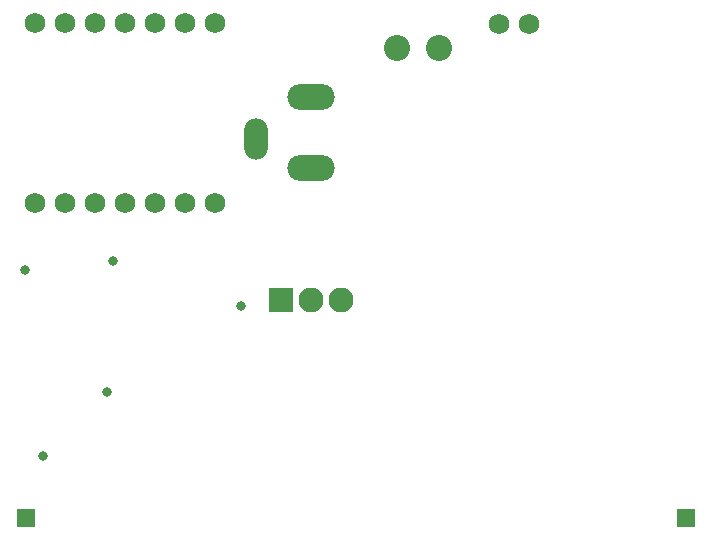
<source format=gbs>
G04*
G04 #@! TF.GenerationSoftware,Altium Limited,Altium Designer,23.6.0 (18)*
G04*
G04 Layer_Color=16711935*
%FSLAX44Y44*%
%MOMM*%
G71*
G04*
G04 #@! TF.SameCoordinates,07302BCA-5FAF-470A-8E07-FBA56CC999C1*
G04*
G04*
G04 #@! TF.FilePolarity,Negative*
G04*
G01*
G75*
%ADD22C,2.1232*%
%ADD23R,2.1232X2.1232*%
%ADD24C,1.7272*%
%ADD25R,1.5732X1.5732*%
%ADD26O,4.0032X2.2032*%
%ADD27O,2.0032X3.5032*%
%ADD28C,2.2032*%
%ADD29C,0.8382*%
D22*
X290830Y228600D02*
D03*
X265430D02*
D03*
D23*
X240030D02*
D03*
D24*
X31750Y463550D02*
D03*
X57150D02*
D03*
X82550D02*
D03*
X107950D02*
D03*
X133350D02*
D03*
X158750D02*
D03*
X184150D02*
D03*
X31750Y311150D02*
D03*
X57150D02*
D03*
X82550D02*
D03*
X107950D02*
D03*
X133350D02*
D03*
X158750D02*
D03*
X184150D02*
D03*
X424180Y462280D02*
D03*
X449580D02*
D03*
D25*
X582930Y44450D02*
D03*
X24130D02*
D03*
D26*
X265430Y340360D02*
D03*
Y400360D02*
D03*
D27*
X218930Y365360D02*
D03*
D28*
X338380Y441960D02*
D03*
X373380D02*
D03*
D29*
X38100Y96520D02*
D03*
X205740Y223520D02*
D03*
X92710Y151130D02*
D03*
X97790Y261620D02*
D03*
X22860Y254000D02*
D03*
M02*

</source>
